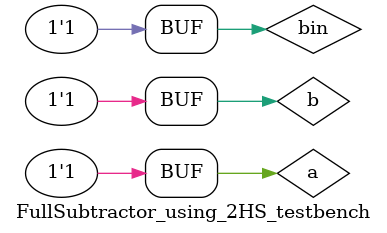
<source format=v>
`timescale 1ns / 1ps


module FullSubtractor_using_2HS_testbench;
reg a,b,bin;
wire diff,bout;
FullSubtractor_using_2HS_design uut(a,b,bin,
diff,bout);
    initial begin
    $monitor("Time=%0t,a=%b,b=%b,bin=%b,diff=%b,bout=%b"
    ,$time,a,b,bin,diff,bout);
        a=1'b0; b=1'b0; bin=1'b0; #10;
        a=1'b0; b=1'b0; bin=1'b1; #10;
        a=1'b0; b=1'b1; bin=1'b0; #10;
        a=1'b0; b=1'b1; bin=1'b1; #10;
        a=1'b1; b=1'b0; bin=1'b0; #10;
        a=1'b1; b=1'b0; bin=1'b1; #10;
        a=1'b1; b=1'b1; bin=1'b0; #10;
        a=1'b1; b=1'b1; bin=1'b1; #10;
    end
endmodule
</source>
